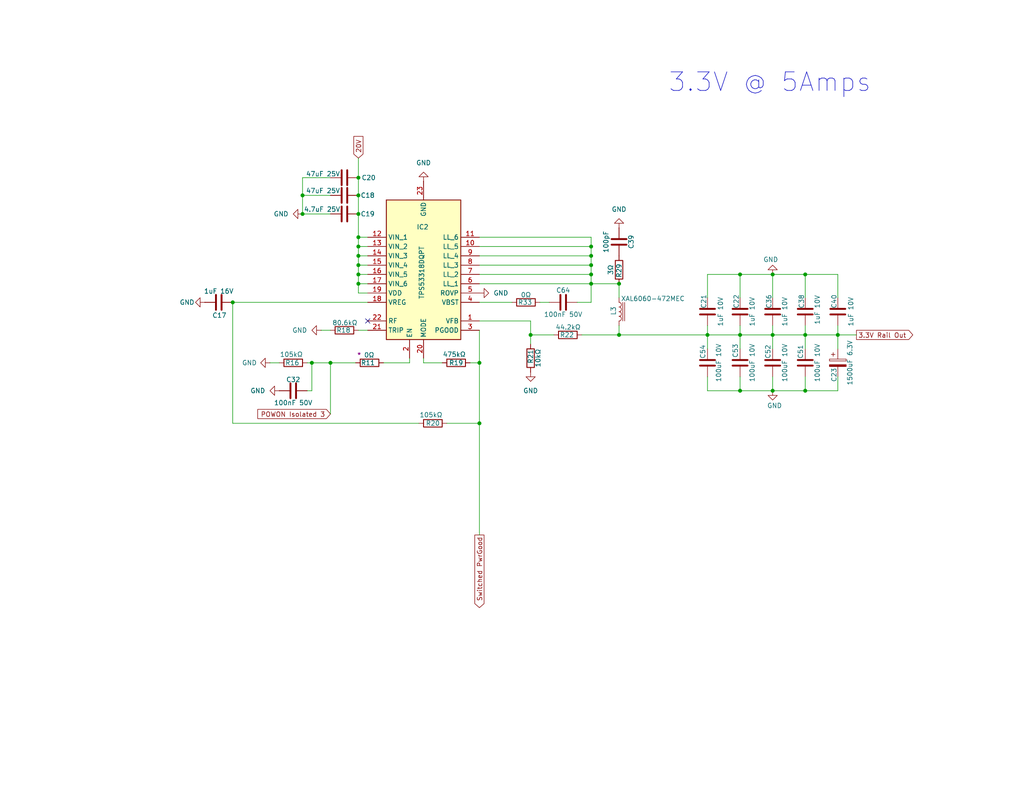
<source format=kicad_sch>
(kicad_sch (version 20250114) (generator "eeschema") (generator_version "9.0")
  (paper "USLetter")
  (title_block (title "pXu") (date "2025-01-02") (rev "1") (company "Andr0"))
  (lib_symbols
    (symbol "Device:C" (pin_numbers (hide yes)) (pin_names (offset 0.254))
      (property "Reference" "C" (at 0.635 2.54 0))
      (property "Value" "C" (at 0.635 -2.54 0))
      (symbol "C_0_1"
        (polyline (pts (xy -2.032 0.762) (xy 2.032 0.762)) (stroke (width 0.508)))
        (polyline (pts (xy -2.032 -0.762) (xy 2.032 -0.762)) (stroke (width 0.508)))
      )
      (symbol "C_1_1"
        (pin passive line (at 0 3.81 270) (length 2.794) (name "~") (number "1"))
        (pin passive line (at 0 -3.81 90) (length 2.794) (name "~") (number "2"))
      )
    )
    (symbol "Device:C_Polarized" (pin_numbers (hide yes)) (pin_names (offset 0.254))
      (property "Reference" "C" (at 0.635 2.54 0))
      (property "Value" "C_Polarized" (at 0.635 -2.54 0))
      (symbol "C_Polarized_0_1"
        (rectangle (start -2.286 0.508) (end 2.286 1.016))
        (polyline (pts (xy -1.778 2.286) (xy -0.762 2.286)))
        (polyline (pts (xy -1.27 2.794) (xy -1.27 1.778)))
        (rectangle (start 2.286 -0.508) (end -2.286 -1.016) (fill (type outline)))
      )
      (symbol "C_Polarized_1_1"
        (pin passive line (at 0 3.81 270) (length 2.794) (name "~") (number "1"))
        (pin passive line (at 0 -3.81 90) (length 2.794) (name "~") (number "2"))
      )
    )
    (symbol "Device:L_Iron" (pin_numbers (hide yes)) (pin_names (offset 1.016) (hide yes))
      (property "Reference" "L" (at -1.27 0 90))
      (property "Value" "L_Iron" (at 2.794 0 90))
      (symbol "L_Iron_0_1"
        (arc (start 0 2.54) (mid 0.6323 1.905) (end 0 1.27))
        (arc (start 0 1.27) (mid 0.6323 0.635) (end 0 0))
        (arc (start 0 0) (mid 0.6323 -0.635) (end 0 -1.27))
        (arc (start 0 -1.27) (mid 0.6323 -1.905) (end 0 -2.54))
        (polyline (pts (xy 1.016 2.54) (xy 1.016 -2.54)))
        (polyline (pts (xy 1.524 -2.54) (xy 1.524 2.54)))
      )
      (symbol "L_Iron_1_1"
        (pin passive line (at 0 3.81 270) (length 1.27) (name "1") (number "1"))
        (pin passive line (at 0 -3.81 90) (length 1.27) (name "2") (number "2"))
      )
    )
    (symbol "Device:R" (pin_numbers (hide yes)) (pin_names (offset 0))
      (property "Reference" "R" (at 2.032 0 90))
      (property "Value" "R" (at 0 0 90))
      (symbol "R_0_1"
        (rectangle (start -1.016 -2.54) (end 1.016 2.54) (stroke (width 0.254)))
      )
      (symbol "R_1_1"
        (pin passive line (at 0 3.81 270) (length 1.27) (name "~") (number "1"))
        (pin passive line (at 0 -3.81 90) (length 1.27) (name "~") (number "2"))
      )
    )
    (symbol "TPS53319:TPS53319DQPT"
      (property "Reference" "IC2" (at 18.034 -37.338 0))
      (property "Value" "TPS53318DQPT" (at 15.748 -15.748 90))
      (symbol "TPS53319DQPT_1_1"
        (rectangle (start 5.08 2.54) (end 25.4 -35.56) (stroke (width 0.254)) (fill (type background)))
        (pin passive line (at 0 0 0) (length 5.08) (name "PGOOD") (number "3"))
        (pin passive line (at 0 -2.54 0) (length 5.08) (name "VFB") (number "1"))
        (pin passive line (at 0 -7.62 0) (length 5.08) (name "VBST") (number "4"))
        (pin passive line (at 0 -10.16 0) (length 5.08) (name "ROVP") (number "5"))
        (pin passive line (at 0 -12.7 0) (length 5.08) (name "LL_1") (number "6"))
        (pin passive line (at 0 -15.24 0) (length 5.08) (name "LL_2") (number "7"))
        (pin passive line (at 0 -17.78 0) (length 5.08) (name "LL_3") (number "8"))
        (pin passive line (at 0 -20.32 0) (length 5.08) (name "LL_4") (number "9"))
        (pin passive line (at 0 -22.86 0) (length 5.08) (name "LL_5") (number "10"))
        (pin passive line (at 0 -25.4 0) (length 5.08) (name "LL_6") (number "11"))
        (pin passive line (at 15.24 7.62 270) (length 5.08) (name "MODE") (number "20"))
        (pin passive line (at 15.24 -40.64 90) (length 5.08) (name "GND") (number "23"))
        (pin passive line (at 19.05 7.62 270) (length 5.08) (name "EN") (number "2"))
        (pin passive line (at 30.48 0 180) (length 5.08) (name "TRIP") (number "21"))
        (pin passive line (at 30.48 -2.54 180) (length 5.08) (name "RF") (number "22"))
        (pin passive line (at 30.48 -7.62 180) (length 5.08) (name "VREG") (number "18"))
        (pin passive line (at 30.48 -10.16 180) (length 5.08) (name "VDD") (number "19"))
        (pin passive line (at 30.48 -12.7 180) (length 5.08) (name "VIN_6") (number "17"))
        (pin passive line (at 30.48 -15.24 180) (length 5.08) (name "VIN_5") (number "16"))
        (pin passive line (at 30.48 -17.78 180) (length 5.08) (name "VIN_4") (number "15"))
        (pin passive line (at 30.48 -20.32 180) (length 5.08) (name "VIN_3") (number "14"))
        (pin passive line (at 30.48 -22.86 180) (length 5.08) (name "VIN_2") (number "13"))
        (pin passive line (at 30.48 -25.4 180) (length 5.08) (name "VIN_1") (number "12"))
      )
    )
    (symbol "power:GND" (power) (pin_numbers (hide yes)) (pin_names (offset 0) (hide yes))
      (property "Value" "GND" (at 0 -3.81 0))
      (symbol "GND_0_1"
        (polyline (pts (xy 0 0) (xy 0 -1.27) (xy 1.27 -1.27) (xy 0 -2.54) (xy -1.27 -1.27) (xy 0 -1.27)))
      )
      (symbol "GND_1_1"
        (pin power_in line (at 0 0 270) (length 0) (name "~") (number "1"))
      )
    )
  )
  (text "3.3V @ 5Amps\n" (at 210.058 22.606 0) (effects (font (size 5.08 5.08))))
  (junction (at 161.29 74.93))
  (junction (at 97.79 74.93))
  (junction (at 97.79 67.31))
  (junction (at 97.79 72.39))
  (junction (at 97.79 64.77))
  (junction (at 210.82 106.68))
  (junction (at 168.91 91.44))
  (junction (at 201.93 91.44))
  (junction (at 161.29 77.47))
  (junction (at 97.79 77.47))
  (junction (at 161.29 72.39))
  (junction (at 219.71 106.68))
  (junction (at 201.93 106.68))
  (junction (at 97.79 69.85))
  (junction (at 97.79 48.5118))
  (junction (at 161.29 67.31))
  (junction (at 97.79 58.42))
  (junction (at 85.09 99.06))
  (junction (at 82.55 53.34))
  (junction (at 210.82 91.44))
  (junction (at 201.93 74.93))
  (junction (at 144.78 91.44))
  (junction (at 168.91 77.47))
  (junction (at 219.71 74.93))
  (junction (at 97.79 53.34))
  (junction (at 90.17 99.06))
  (junction (at 210.82 74.93))
  (junction (at 219.71 91.44))
  (junction (at 228.6 91.44))
  (junction (at 161.29 69.85))
  (junction (at 130.81 99.06))
  (junction (at 63.5 82.55))
  (junction (at 130.81 115.57))
  (junction (at 193.04 91.44))
  (junction (at 82.55 58.42))
  (no_connect (at 100.33 87.63))
  (wire (pts (xy 97.79 90.17) (xy 100.33 90.17)))
  (wire (pts (xy 161.29 72.39) (xy 161.29 74.93)))
  (wire (pts (xy 144.78 91.44) (xy 151.13 91.44)))
  (wire (pts (xy 82.55 53.34) (xy 82.55 58.42)))
  (wire (pts (xy 82.55 53.34) (xy 90.17 53.34)))
  (wire (pts (xy 144.78 87.63) (xy 144.78 91.44)))
  (wire (pts (xy 97.79 77.47) (xy 100.33 77.47)))
  (wire (pts (xy 130.81 115.57) (xy 130.81 146.05)))
  (wire (pts (xy 201.93 88.9) (xy 201.93 91.44)))
  (wire (pts (xy 228.6 81.28) (xy 228.6 74.93)))
  (wire (pts (xy 83.82 106.68) (xy 85.09 106.68)))
  (wire (pts (xy 201.93 102.87) (xy 201.93 106.68)))
  (wire (pts (xy 130.81 82.55) (xy 139.7 82.55)))
  (wire (pts (xy 228.6 95.25) (xy 228.6 91.44)))
  (wire (pts (xy 219.71 74.93) (xy 219.71 81.28)))
  (wire (pts (xy 97.79 80.01) (xy 100.33 80.01)))
  (wire (pts (xy 161.29 77.47) (xy 168.91 77.47)))
  (wire (pts (xy 90.17 99.06) (xy 97.0207 99.06)))
  (wire (pts (xy 97.79 48.5118) (xy 97.79 53.34)))
  (wire (pts (xy 157.48 82.55) (xy 161.29 82.55)))
  (wire (pts (xy 147.32 82.55) (xy 149.86 82.55)))
  (wire (pts (xy 193.04 95.25) (xy 193.04 91.44)))
  (wire (pts (xy 85.09 99.06) (xy 85.09 106.68)))
  (wire (pts (xy 193.04 106.68) (xy 193.04 102.87)))
  (wire (pts (xy 168.91 91.44) (xy 193.04 91.44)))
  (wire (pts (xy 210.82 88.9) (xy 210.82 91.44)))
  (wire (pts (xy 193.04 88.9) (xy 193.04 91.44)))
  (wire (pts (xy 63.5 82.55) (xy 100.33 82.55)))
  (wire (pts (xy 115.57 99.06) (xy 115.57 97.79)))
  (wire (pts (xy 97.79 67.31) (xy 100.33 67.31)))
  (wire (pts (xy 90.17 90.17) (xy 87.63 90.17)))
  (wire (pts (xy 219.71 74.93) (xy 228.6 74.93)))
  (wire (pts (xy 130.81 72.39) (xy 161.29 72.39)))
  (wire (pts (xy 161.29 67.31) (xy 161.29 69.85)))
  (wire (pts (xy 210.82 91.44) (xy 201.93 91.44)))
  (wire (pts (xy 90.17 99.06) (xy 90.17 113.03)))
  (wire (pts (xy 228.6 91.44) (xy 233.68 91.44)))
  (wire (pts (xy 97.79 53.34) (xy 97.79 58.42)))
  (wire (pts (xy 97.79 64.77) (xy 100.33 64.77)))
  (wire (pts (xy 97.79 43.18) (xy 97.79 48.5118)))
  (wire (pts (xy 201.93 74.93) (xy 210.82 74.93)))
  (wire (pts (xy 73.66 99.06) (xy 76.2 99.06)))
  (wire (pts (xy 130.81 64.77) (xy 161.29 64.77)))
  (wire (pts (xy 104.6407 99.06) (xy 111.76 99.06)))
  (wire (pts (xy 168.91 88.9) (xy 168.91 91.44)))
  (wire (pts (xy 82.55 48.5118) (xy 90.1704 48.5118)))
  (wire (pts (xy 161.29 82.55) (xy 161.29 77.47)))
  (wire (pts (xy 228.6 91.44) (xy 219.71 91.44)))
  (wire (pts (xy 210.82 74.93) (xy 210.82 81.28)))
  (wire (pts (xy 210.82 106.68) (xy 219.71 106.68)))
  (wire (pts (xy 130.81 67.31) (xy 161.29 67.31)))
  (wire (pts (xy 111.76 97.79) (xy 111.76 99.06)))
  (wire (pts (xy 210.82 95.25) (xy 210.82 91.44)))
  (wire (pts (xy 193.04 106.68) (xy 201.93 106.68)))
  (wire (pts (xy 210.82 106.68) (xy 210.82 102.87)))
  (wire (pts (xy 97.79 67.31) (xy 97.79 69.85)))
  (wire (pts (xy 82.55 48.5118) (xy 82.55 53.34)))
  (wire (pts (xy 63.5 82.55) (xy 63.5 115.57)))
  (wire (pts (xy 219.71 106.68) (xy 228.6 106.68)))
  (wire (pts (xy 130.81 74.93) (xy 161.29 74.93)))
  (wire (pts (xy 228.6 102.87) (xy 228.6 106.68)))
  (wire (pts (xy 97.79 69.85) (xy 100.33 69.85)))
  (wire (pts (xy 193.04 74.93) (xy 201.93 74.93)))
  (wire (pts (xy 130.81 77.47) (xy 161.29 77.47)))
  (wire (pts (xy 97.79 77.47) (xy 97.79 80.01)))
  (wire (pts (xy 130.81 99.06) (xy 130.81 115.57)))
  (wire (pts (xy 201.93 95.25) (xy 201.93 91.44)))
  (wire (pts (xy 219.71 95.25) (xy 219.71 91.44)))
  (wire (pts (xy 130.81 90.17) (xy 130.81 99.06)))
  (wire (pts (xy 97.79 69.85) (xy 97.79 72.39)))
  (wire (pts (xy 201.93 106.68) (xy 210.82 106.68)))
  (wire (pts (xy 201.93 74.93) (xy 201.93 81.28)))
  (wire (pts (xy 128.27 99.06) (xy 130.81 99.06)))
  (wire (pts (xy 144.78 91.44) (xy 144.78 93.98)))
  (wire (pts (xy 219.71 91.44) (xy 210.82 91.44)))
  (wire (pts (xy 228.6 88.9) (xy 228.6 91.44)))
  (wire (pts (xy 97.79 72.39) (xy 100.33 72.39)))
  (wire (pts (xy 97.79 74.93) (xy 100.33 74.93)))
  (wire (pts (xy 201.93 91.44) (xy 193.04 91.44)))
  (wire (pts (xy 219.71 88.9) (xy 219.71 91.44)))
  (wire (pts (xy 130.81 69.85) (xy 161.29 69.85)))
  (wire (pts (xy 97.79 72.39) (xy 97.79 74.93)))
  (wire (pts (xy 97.79 64.77) (xy 97.79 67.31)))
  (wire (pts (xy 161.29 64.77) (xy 161.29 67.31)))
  (wire (pts (xy 85.09 99.06) (xy 90.17 99.06)))
  (wire (pts (xy 130.81 115.57) (xy 121.92 115.57)))
  (wire (pts (xy 97.79 74.93) (xy 97.79 77.47)))
  (wire (pts (xy 63.5 115.57) (xy 114.3 115.57)))
  (wire (pts (xy 158.75 91.44) (xy 168.91 91.44)))
  (wire (pts (xy 168.91 77.47) (xy 168.91 81.28)))
  (wire (pts (xy 193.04 81.28) (xy 193.04 74.93)))
  (wire (pts (xy 83.82 99.06) (xy 85.09 99.06)))
  (wire (pts (xy 97.79 48.5118) (xy 97.7904 48.5118)))
  (wire (pts (xy 82.55 58.42) (xy 90.17 58.42)))
  (wire (pts (xy 219.71 102.87) (xy 219.71 106.68)))
  (wire (pts (xy 130.81 87.63) (xy 144.78 87.63)))
  (wire (pts (xy 115.57 99.06) (xy 120.65 99.06)))
  (wire (pts (xy 161.29 74.93) (xy 161.29 77.47)))
  (wire (pts (xy 97.79 58.42) (xy 97.79 64.77)))
  (wire (pts (xy 210.82 74.93) (xy 219.71 74.93)))
  (wire (pts (xy 161.29 69.85) (xy 161.29 72.39)))
  (global_label "Switched PwrGood" (shape output) (at 130.81 146.05 270) (property "Intersheetrefs" "${INTERSHEET_REFS}" (effects (hide yes))))
  (global_label "POWON Isolated 3" (shape input) (at 90.17 113.03 180) (property "Intersheetrefs" "${INTERSHEET_REFS}" (effects (hide yes))))
  (global_label "3.3V Rail Out" (shape output) (at 233.68 91.44 0) (property "Intersheetrefs" "${INTERSHEET_REFS}" (effects (hide yes))))
  (global_label "20V" (shape input) (at 97.79 43.18 90) (property "Intersheetrefs" "${INTERSHEET_REFS}" (effects (hide yes))))
  (symbol (lib_id "Device:R") (at 154.94 91.44 90) (unit 1)
    (property "Reference" "R22" (at 154.686 91.44 90))
    (property "Value" "44.2kΩ" (at 155.0244 89.3387 90))
    (property "Footprint" "Resistor_SMD:R_0603_1608Metric_Pad0.98x0.95mm_HandSolder" (effects (hide yes)))
    (property "Description" "Resistor" (effects (hide yes)))
  )
  (symbol (lib_id "Device:C") (at 193.04 85.09 0) (unit 1)
    (property "Reference" "C21" (at 192.024 82.296 90))
    (property "Value" "1uF 10V" (at 196.596 85.09 90))
    (property "Footprint" "Capacitor_SMD:C_0603_1608Metric_Pad1.08x0.95mm_HandSolder" (effects (hide yes)))
    (property "Description" "Unpolarized capacitor" (effects (hide yes)))
  )
  (symbol (lib_id "TPS53319:TPS53319DQPT") (at 130.81 90.17 180) (unit 1)
    (property "Reference" "IC2" (at 115.316 61.976 0))
    (property "Value" "TPS53318DQPT" (at 115.062 74.422 90))
    (property "Footprint" "SON50P500X600X150-23N-D" (effects (hide yes)))
    (property "Datasheet" "http://www.ti.com/lit/gpn/tps53319" (effects (hide yes)))
    (property "Description" "1.5V to 22V Input (4.5V to 25V Bias), 14A Synchronous Step-Down Converter with Eco-Mode&#153;" (effects (hide yes)))
    (property "Height" "1.5" (effects (hide yes)))
    (property "Mouser Part Number" "595-TPS53319DQPT" (effects (hide yes)))
    (property "Mouser Price/Stock" "https://www.mouser.co.uk/ProductDetail/Texas-Instruments/TPS53319DQPT?qs=l6ZoeTYLMwMUQ4v2hADzxA%3D%3D" (effects (hide yes)))
    (property "Manufacturer_Name" "Texas Instruments" (effects (hide yes)))
    (property "Manufacturer_Part_Number" "TPS53319DQPT" (effects (hide yes)))
  )
  (symbol (lib_id "Device:R") (at 124.46 99.06 90) (unit 1)
    (property "Reference" "R19" (at 124.46 99.06 90))
    (property "Value" "475kΩ" (at 123.952 96.774 90))
    (property "Footprint" "Resistor_SMD:R_0603_1608Metric_Pad0.98x0.95mm_HandSolder" (effects (hide yes)))
    (property "Description" "Resistor" (effects (hide yes)))
  )
  (symbol (lib_id "Device:R") (at 168.91 73.66 180) (unit 1)
    (property "Reference" "R29" (at 168.91 73.914 90))
    (property "Value" "3Ω" (at 166.624 73.66 90))
    (property "Footprint" "Resistor_SMD:R_0805_2012Metric_Pad1.20x1.40mm_HandSolder" (effects (hide yes)))
    (property "Description" "Resistor" (effects (hide yes)))
  )
  (symbol (lib_id "Device:C_Polarized") (at 228.6 99.06 0) (unit 1)
    (property "Reference" "C23" (at 227.584 102.362 90))
    (property "Value" "1500uF 6.3V" (at 231.902 99.06 90))
    (property "Footprint" "Capacitor_THT:CP_Radial_D10.0mm_P5.00mm" (effects (hide yes)))
    (property "Description" "Polarized Poly Capacitor" (effects (hide yes)))
  )
  (symbol (lib_id "Device:R") (at 80.01 99.06 90) (unit 1)
    (property "Reference" "R16" (at 79.756 99.06 90))
    (property "Value" "105kΩ" (at 79.502 96.774 90))
    (property "Footprint" "Resistor_SMD:R_0603_1608Metric_Pad0.98x0.95mm_HandSolder" (effects (hide yes)))
    (property "Description" "Resistor" (effects (hide yes)))
  )
  (symbol (lib_id "Device:C") (at 153.67 82.55 270) (unit 1)
    (property "Reference" "C64" (at 153.67 79.248 90))
    (property "Value" "100nF 50V" (at 153.67 85.852 90))
    (property "Footprint" "Capacitor_SMD:C_0603_1608Metric_Pad1.08x0.95mm_HandSolder" (effects (hide yes)))
    (property "Description" "Unpolarized capacitor" (effects (hide yes)))
  )
  (symbol (lib_id "Device:L_Iron") (at 168.91 85.09 0) (unit 1)
    (property "Reference" "L3" (at 167.386 86.106 90) (effects (justify left)))
    (property "Value" "XAL6060-472MEC" (at 169.418 81.534 0) (effects (justify left)))
    (property "Footprint" "Inductor_SMD:L_6.3x6.3_H3" (effects (hide yes)))
    (property "Datasheet" "https://www.mouser.com/datasheet/2/597/xal60xx-270658.pdf" (effects (hide yes)))
    (property "Description" "Inductor with iron core" (effects (hide yes)))
    (property "Part#" "XAL6060-472MEC" (effects (hide yes)))
  )
  (symbol (lib_id "power:GND") (at 210.82 106.68 0) (unit 1)
    (property "Reference" "#PWR026" (effects (hide yes)))
    (property "Value" "GND" (at 209.296 110.744 0) (effects (justify left)))
    (property "Description" "Power symbol creates a global label with name \"GND\" , ground" (effects (hide yes)))
  )
  (symbol (lib_id "Device:C") (at 201.93 99.06 0) (unit 1)
    (property "Reference" "C53" (at 200.66 95.758 90))
    (property "Value" "100uF 10V" (at 205.232 99.06 90))
    (property "Footprint" "Capacitor_SMD:C_1206_3216Metric_Pad1.33x1.80mm_HandSolder" (effects (hide yes)))
    (property "Description" "Unpolarized capacitor" (effects (hide yes)))
  )
  (symbol (lib_id "power:GND") (at 144.78 101.6 0) (unit 1)
    (property "Reference" "#PWR025" (effects (hide yes)))
    (property "Value" "GND" (at 144.78 106.68 0))
    (property "Description" "Power symbol creates a global label with name \"GND\" , ground" (effects (hide yes)))
  )
  (symbol (lib_id "Device:R") (at 118.11 115.57 90) (unit 1)
    (property "Reference" "R20" (at 118.11 115.57 90))
    (property "Value" "105kΩ" (at 117.602 113.284 90))
    (property "Footprint" "Resistor_SMD:R_0603_1608Metric_Pad0.98x0.95mm_HandSolder" (effects (hide yes)))
    (property "Description" "Resistor" (effects (hide yes)))
  )
  (symbol (lib_id "power:GND") (at 115.57 49.53 180) (unit 1)
    (property "Reference" "#PWR022" (effects (hide yes)))
    (property "Value" "GND" (at 115.57 44.45 0))
    (property "Description" "Power symbol creates a global label with name \"GND\" , ground" (effects (hide yes)))
  )
  (symbol (lib_id "power:GND") (at 87.63 90.17 270) (unit 1)
    (property "Reference" "#PWR020" (effects (hide yes)))
    (property "Value" "GND" (at 83.82 90.1699 90) (effects (justify right)))
    (property "Description" "Power symbol creates a global label with name \"GND\" , ground" (effects (hide yes)))
  )
  (symbol (lib_id "power:GND") (at 210.82 74.93 180) (unit 1)
    (property "Reference" "#PWR040" (effects (hide yes)))
    (property "Value" "GND" (at 212.344 70.866 0) (effects (justify left)))
    (property "Description" "Power symbol creates a global label with name \"GND\" , ground" (effects (hide yes)))
  )
  (symbol (lib_id "Device:C") (at 59.69 82.55 90) (unit 1)
    (property "Reference" "C17" (at 57.912 86.106 90) (effects (justify right)))
    (property "Value" "1uF 16V" (at 55.626 79.502 90) (effects (justify right)))
    (property "Footprint" "Capacitor_SMD:C_0603_1608Metric_Pad1.08x0.95mm_HandSolder" (effects (hide yes)))
    (property "Description" "Unpolarized capacitor" (effects (hide yes)))
  )
  (symbol (lib_id "Device:C") (at 228.6 85.09 0) (unit 1)
    (property "Reference" "C40" (at 227.584 82.296 90))
    (property "Value" "1uF 10V" (at 232.156 85.09 90))
    (property "Footprint" "Capacitor_SMD:C_0603_1608Metric_Pad1.08x0.95mm_HandSolder" (effects (hide yes)))
    (property "Description" "Unpolarized capacitor" (effects (hide yes)))
  )
  (symbol (lib_id "Device:R") (at 144.78 97.79 180) (unit 1)
    (property "Reference" "R21" (at 144.78 99.314 90) (effects (justify right)))
    (property "Value" "10kΩ" (at 146.812 100.33 90) (effects (justify right)))
    (property "Footprint" "Resistor_SMD:R_0603_1608Metric_Pad0.98x0.95mm_HandSolder" (effects (hide yes)))
    (property "Description" "Resistor" (effects (hide yes)))
  )
  (symbol (lib_id "power:GND") (at 55.88 82.55 270) (unit 1)
    (property "Reference" "#PWR018" (effects (hide yes)))
    (property "Value" "GND" (at 53.086 82.55 90) (effects (justify right)))
    (property "Description" "Power symbol creates a global label with name \"GND\" , ground" (effects (hide yes)))
  )
  (symbol (lib_id "Device:C") (at 93.98 53.34 90) (unit 1)
    (property "Reference" "C18" (at 100.33 53.34 90))
    (property "Value" "47uF 25V" (at 88.138 52.07 90))
    (property "Footprint" "Capacitor_SMD:C_1210_3225Metric_Pad1.33x2.70mm_HandSolder" (effects (hide yes)))
    (property "Description" "Unpolarized capacitor" (effects (hide yes)))
  )
  (symbol (lib_id "power:GND") (at 76.2 106.68 270) (unit 1)
    (property "Reference" "#PWR044" (effects (hide yes)))
    (property "Value" "GND" (at 72.39 106.6799 90) (effects (justify right)))
    (property "Description" "Power symbol creates a global label with name \"GND\" , ground" (effects (hide yes)))
  )
  (symbol (lib_id "Device:R") (at 143.51 82.55 90) (unit 1)
    (property "Reference" "R33" (at 143.256 82.55 90))
    (property "Value" "0Ω" (at 143.51 80.518 90))
    (property "Footprint" "Resistor_SMD:R_0603_1608Metric_Pad0.98x0.95mm_HandSolder" (effects (hide yes)))
    (property "Description" "Resistor" (effects (hide yes)))
  )
  (symbol (lib_id "Device:C") (at 193.04 99.06 0) (unit 1)
    (property "Reference" "C54" (at 191.77 96.012 90))
    (property "Value" "100uF 10V" (at 196.088 99.06 90))
    (property "Footprint" "Capacitor_SMD:C_1206_3216Metric_Pad1.33x1.80mm_HandSolder" (effects (hide yes)))
    (property "Description" "Unpolarized capacitor" (effects (hide yes)))
  )
  (symbol (lib_id "Device:C") (at 201.93 85.09 0) (unit 1)
    (property "Reference" "C22" (at 200.914 82.296 90))
    (property "Value" "1uF 10V" (at 205.232 85.09 90))
    (property "Footprint" "Capacitor_SMD:C_0603_1608Metric_Pad1.08x0.95mm_HandSolder" (effects (hide yes)))
    (property "Description" "Unpolarized capacitor" (effects (hide yes)))
  )
  (symbol (lib_id "Device:C") (at 168.91 66.04 0) (unit 1)
    (property "Reference" "C39" (at 172.212 66.04 90))
    (property "Value" "100pF" (at 165.354 66.04 90))
    (property "Footprint" "Capacitor_SMD:C_0603_1608Metric_Pad1.08x0.95mm_HandSolder" (effects (hide yes)))
    (property "Description" "Unpolarized capacitor" (effects (hide yes)))
    (property "Voltage" "50V" (effects (hide yes)))
  )
  (symbol (lib_id "Device:C") (at 93.98 58.42 90) (unit 1)
    (property "Reference" "C19" (at 100.33 58.42 90))
    (property "Value" "4.7uF 25V" (at 87.884 57.15 90))
    (property "Footprint" "Capacitor_SMD:C_0603_1608Metric_Pad1.08x0.95mm_HandSolder" (effects (hide yes)))
    (property "Description" "Unpolarized capacitor" (effects (hide yes)))
  )
  (symbol (lib_id "Device:R") (at 93.98 90.17 90) (unit 1)
    (property "Reference" "R18" (at 93.726 90.17 90))
    (property "Value" "80.6kΩ" (at 94.1155 88.1375 90))
    (property "Footprint" "Resistor_SMD:R_0603_1608Metric_Pad0.98x0.95mm_HandSolder" (effects (hide yes)))
    (property "Description" "Resistor" (effects (hide yes)))
  )
  (symbol (lib_id "Device:C") (at 219.71 99.06 0) (unit 1)
    (property "Reference" "C51" (at 218.44 96.012 90))
    (property "Value" "100uF 10V" (at 223.012 99.06 90))
    (property "Footprint" "Capacitor_SMD:C_1206_3216Metric_Pad1.33x1.80mm_HandSolder" (effects (hide yes)))
    (property "Description" "Unpolarized capacitor" (effects (hide yes)))
  )
  (symbol (lib_id "Device:C") (at 80.01 106.68 90) (unit 1)
    (property "Reference" "C32" (at 80.01 103.632 90))
    (property "Value" "100nF 50V" (at 80.01 109.982 90))
    (property "Footprint" "Capacitor_SMD:C_0603_1608Metric_Pad1.08x0.95mm_HandSolder" (effects (hide yes)))
    (property "Description" "Unpolarized capacitor" (effects (hide yes)))
  )
  (symbol (lib_id "Device:C") (at 219.71 85.09 0) (unit 1)
    (property "Reference" "C38" (at 218.694 82.296 90))
    (property "Value" "1uF 10V" (at 223.012 84.582 90))
    (property "Footprint" "Capacitor_SMD:C_0603_1608Metric_Pad1.08x0.95mm_HandSolder" (effects (hide yes)))
    (property "Description" "Unpolarized capacitor" (effects (hide yes)))
  )
  (symbol (lib_id "Device:C") (at 93.9804 48.5118 90) (unit 1)
    (property "Reference" "C20" (at 100.5871 48.5118 90))
    (property "Value" "47uF 25V" (at 88.138 47.498 90))
    (property "Footprint" "Capacitor_SMD:C_1210_3225Metric_Pad1.33x2.70mm_HandSolder" (effects (hide yes)))
    (property "Description" "Unpolarized capacitor" (effects (hide yes)))
  )
  (symbol (lib_id "power:GND") (at 130.81 80.01 90) (unit 1)
    (property "Reference" "#PWR024" (effects (hide yes)))
    (property "Value" "GND" (at 134.62 80.0099 90) (effects (justify right)))
    (property "Description" "Power symbol creates a global label with name \"GND\" , ground" (effects (hide yes)))
  )
  (symbol (lib_id "Device:C") (at 210.82 85.09 0) (unit 1)
    (property "Reference" "C36" (at 209.804 82.296 90))
    (property "Value" "1uF 10V" (at 214.122 85.09 90))
    (property "Footprint" "Capacitor_SMD:C_0603_1608Metric_Pad1.08x0.95mm_HandSolder" (effects (hide yes)))
    (property "Description" "Unpolarized capacitor" (effects (hide yes)))
  )
  (symbol (lib_id "Device:R") (at 100.8307 99.06 270) (unit 1)
    (property "Reference" "R11" (at 102.3547 99.06 90) (effects (justify right)))
    (property "Value" "0Ω" (at 102.1838 96.9333 90) (effects (justify right)))
    (property "Footprint" "Resistor_SMD:R_0603_1608Metric_Pad0.98x0.95mm_HandSolder" (effects (hide yes)))
    (property "Description" "Resistor" (effects (hide yes)))
    (property "DNP" "*" (at 98.002 96.9628 90))
  )
  (symbol (lib_id "power:GND") (at 82.55 58.42 270) (unit 1)
    (property "Reference" "#PWR021" (effects (hide yes)))
    (property "Value" "GND" (at 78.74 58.4199 90) (effects (justify right)))
    (property "Description" "Power symbol creates a global label with name \"GND\" , ground" (effects (hide yes)))
  )
  (symbol (lib_id "power:GND") (at 168.91 62.23 180) (unit 1)
    (property "Reference" "#PWR013" (effects (hide yes)))
    (property "Value" "GND" (at 168.91 57.15 0))
    (property "Description" "Power symbol creates a global label with name \"GND\" , ground" (effects (hide yes)))
  )
  (symbol (lib_id "power:GND") (at 73.66 99.06 270) (unit 1)
    (property "Reference" "#PWR019" (effects (hide yes)))
    (property "Value" "GND" (at 70.104 99.06 90) (effects (justify right)))
    (property "Description" "Power symbol creates a global label with name \"GND\" , ground" (effects (hide yes)))
  )
  (symbol (lib_id "Device:C") (at 210.82 99.06 0) (unit 1)
    (property "Reference" "C52" (at 209.55 96.012 90))
    (property "Value" "100uF 10V" (at 214.122 99.06 90))
    (property "Footprint" "Capacitor_SMD:C_1206_3216Metric_Pad1.33x1.80mm_HandSolder" (effects (hide yes)))
    (property "Description" "Unpolarized capacitor" (effects (hide yes)))
  )
)
</source>
